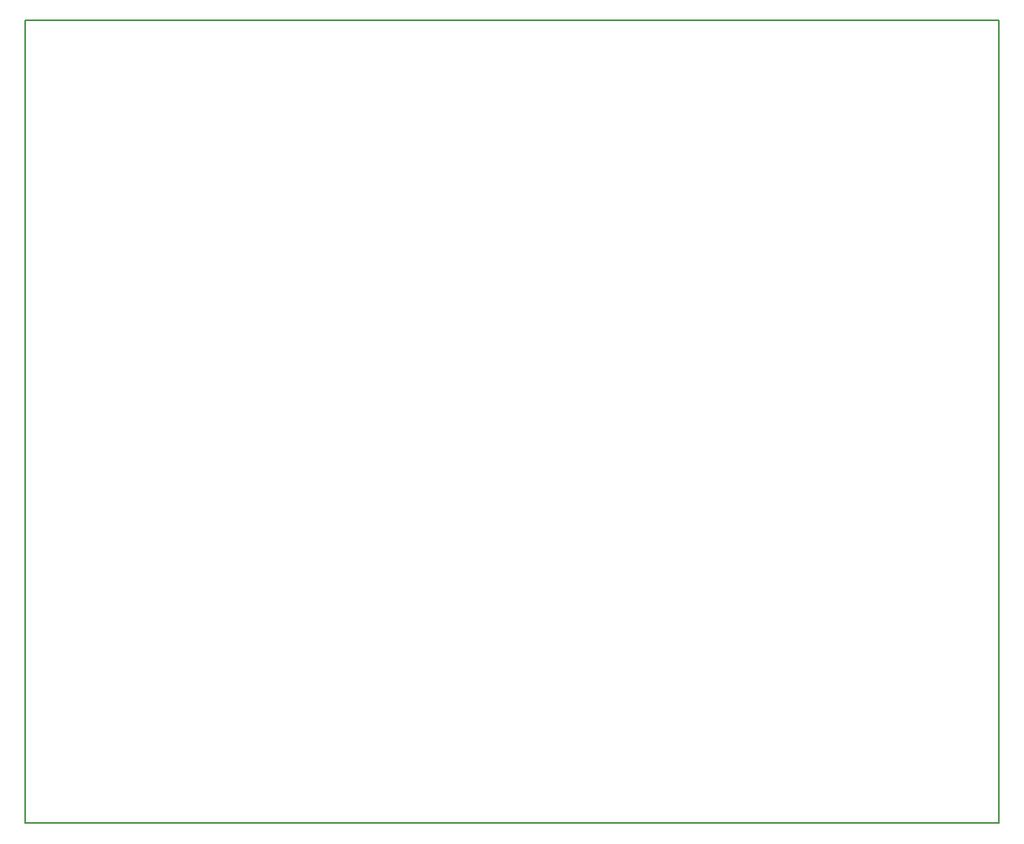
<source format=gbr>
G04 #@! TF.FileFunction,Profile,NP*
%FSLAX46Y46*%
G04 Gerber Fmt 4.6, Leading zero omitted, Abs format (unit mm)*
G04 Created by KiCad (PCBNEW 4.0.6) date Tuesday, June 20, 2017 'PMt' 02:00:50 PM*
%MOMM*%
%LPD*%
G01*
G04 APERTURE LIST*
%ADD10C,0.100000*%
%ADD11C,0.150000*%
G04 APERTURE END LIST*
D10*
D11*
X116840000Y-63500000D02*
X218440000Y-63500000D01*
X116840000Y-147320000D02*
X116840000Y-63500000D01*
X218440000Y-147320000D02*
X116840000Y-147320000D01*
X218440000Y-63500000D02*
X218440000Y-147320000D01*
M02*

</source>
